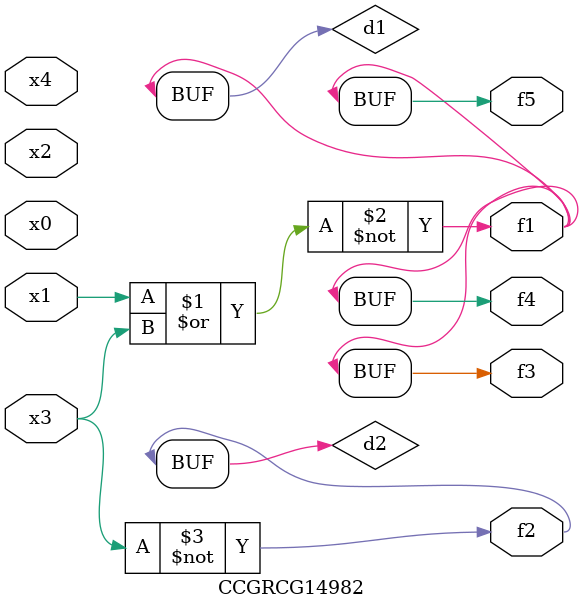
<source format=v>
module CCGRCG14982(
	input x0, x1, x2, x3, x4,
	output f1, f2, f3, f4, f5
);

	wire d1, d2;

	nor (d1, x1, x3);
	not (d2, x3);
	assign f1 = d1;
	assign f2 = d2;
	assign f3 = d1;
	assign f4 = d1;
	assign f5 = d1;
endmodule

</source>
